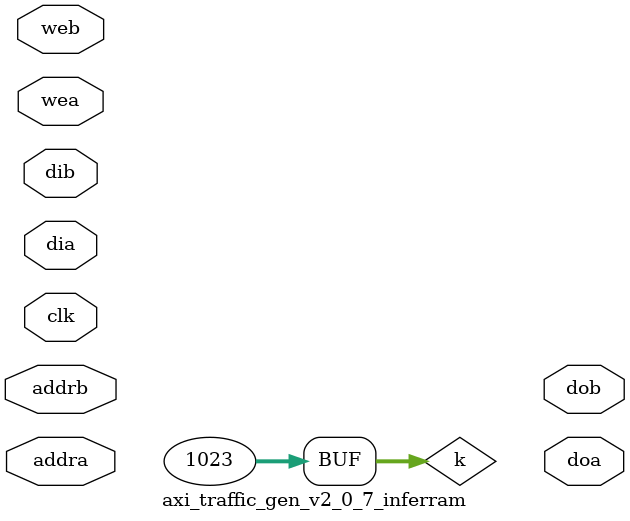
<source format=v>

`timescale 1ps/1ps
(* DowngradeIPIdentifiedWarnings="yes" *)
module axi_traffic_gen_v2_0_7_inferram(clk, wea, web, addra, addrb, dia, dib, doa, dob);


   parameter C_FAMILY    = "virtex7";   
   parameter C_RAMINIT_F = "NONE";   
   parameter SIZE        = 1024;
   parameter ADDR_WIDTH  = 10;
   parameter COL_WIDTH   = 8;
   parameter NB_COL      = 4;
   parameter INFER_TYPE  = 0;  //0- Inferram template, 1- Blk_mem_gen_wrapper from proc_common.
   
   input                             clk; 
   input [NB_COL-1:0]                wea;
   input [NB_COL-1:0]                web;  
   input [ADDR_WIDTH-1:0]            addra;
   input [ADDR_WIDTH-1:0]            addrb;   
   input [NB_COL*COL_WIDTH-1:0]      dia;
   input [NB_COL*COL_WIDTH-1:0]      dib;   
   output [NB_COL*COL_WIDTH-1:0]     doa;
   output [NB_COL*COL_WIDTH-1:0]     dob;   
   
   reg [NB_COL*COL_WIDTH-1:0]        RAM [SIZE-1:0];
   
   integer k;
   
   
   
reg [NB_COL*COL_WIDTH-1:0]     doa_r;
reg [NB_COL*COL_WIDTH-1:0]     dob_r;   

generate if(INFER_TYPE == 0) begin : MEM_INFER_WR
   initial begin  
      if (C_RAMINIT_F == "NONE") begin    
        for (k=0; k<SIZE-1; k=k+1)   begin
          RAM[k] <= 0;
        end
      end else begin
        $readmemh(C_RAMINIT_F, RAM);
      end
   end // initial begin
   always @(posedge clk) begin 
     doa_r <= RAM[addra];
   end
  genvar i;
    for (i = 0; i < NB_COL; i = i+1) begin : ramwritea
      always @(posedge clk) begin  
        if (wea[i]) 
          RAM[addra][(i+1)*COL_WIDTH-1:i*COL_WIDTH]
      <= dia[(i+1)*COL_WIDTH-1:i*COL_WIDTH];
      end
    end
end
//NOTE:Un-commment if INFER-RAM is used
//assign doa = doa_r;
endgenerate

generate if(INFER_TYPE == 0) begin : MEM_INFER_RD
   always @(posedge clk) begin 
    dob_r <= RAM[addrb];     
   end
  genvar l;
    for (l = 0; l < NB_COL; l = l+1) begin : ramwriteb
      always @(posedge clk) begin  
        if (web[l]) 
          RAM[addrb][(l+1)*COL_WIDTH-1:l*COL_WIDTH]
          <= dib[(l+1)*COL_WIDTH-1:l*COL_WIDTH];
      end
    end
end
//NOTE:Un-commment if INFER-RAM is used
//assign dob = dob_r;
endgenerate



   task dumpRAM;
      input integer fileh;
      
      for (k=0; k<SIZE-1; k=k+1)   begin
        $fwrite(fileh,"%h\n",RAM[k]);
     end
   endtask



generate if(INFER_TYPE == 1) begin : MEM_INFER_BLK_MEM
   axi_traffic_gen_v2_0_7_bmg_wrap #(
       .c_family                 (C_FAMILY        ),
       .c_xdevicefamily          (C_FAMILY        ),
       .c_elaboration_dir        ("./"            ),
       .c_mem_type               (2               ),
       .c_algorithm              (1               ),
       .c_prim_type              (1               ),
       .c_byte_size              (8               ),
       .c_sim_collision_check    ("NONE"          ),
       .c_common_clk             (0               ),
       .c_disable_warn_bhv_coll  (0               ),
       .c_disable_warn_bhv_range (0               ),
       .c_load_init_file         (1               ),
       .c_init_file_name         (C_RAMINIT_F     ),
       .c_use_default_data       (1               ),
       .c_default_data           ("0"             ),
       .c_has_mem_output_regs_a  (0               ),
       .c_has_mux_output_regs_a  (0               ),
       .c_write_width_a          (NB_COL*COL_WIDTH),
       .c_read_width_a           (NB_COL*COL_WIDTH),
       .c_write_depth_a          (SIZE            ),
       .c_read_depth_a           (SIZE            ),
       .c_addra_width            (ADDR_WIDTH      ),
       .c_write_mode_a           ("READ_FIRST"    ),
       .c_has_ena                (0               ),
       .c_has_regcea             (0               ),
       .c_has_ssra               (0               ),
       .c_sinita_val             ("0"             ),
       .c_use_byte_wea           (1               ),
       .c_wea_width              (NB_COL          ),
       .c_has_mem_output_regs_b  (0               ),
       .c_has_mux_output_regs_b  (0               ),
       .c_write_width_b          (NB_COL*COL_WIDTH),
       .c_read_width_b           (NB_COL*COL_WIDTH),
       .c_write_depth_b          (SIZE            ),
       .c_read_depth_b           (SIZE            ),
       .c_addrb_width            (ADDR_WIDTH      ),
       .c_write_mode_b           ("READ_FIRST"    ),
       .c_has_enb                (0               ),
       .c_has_regceb             (0               ),
       .c_has_ssrb               (0               ),
       .c_sinitb_val             ("0"             ),
       .c_use_byte_web           (1               ),
       .c_web_width              (NB_COL          ),
       .c_mux_pipeline_stages    (0               ),
       .c_use_ecc                (0               ),
       .c_use_ramb16bwer_rst_bhv (0               ) 
       ) inst (
        .clka    (clk     ),
        .ssra    (1'b0    ),
        .ena     (1'b0    ),
        .regcea  (1'b0    ),
        .wea     (wea     ),
        .dina    (dia     ),
        .addra   (addra   ),
        .douta   (doa     ),
        .clkb    (clk     ),
        .ssrb    (1'b0    ),
        .enb     (1'b0    ),
        .regceb  (1'b0    ),
        .dinb    (dib     ),
        .addrb   (addrb   ),
        .web     (web     ),
        .doutb   (dob     ),
        .dbiterr (        ),
        .sbiterr (        ) 
       );
   //Direct-instance- blk_mem_gen_v8_0 #(
   //Direct-instance-   .C_FAMILY                   (C_FAMILY          ),
   //Direct-instance-   .C_XDEVICEFAMILY            (C_FAMILY          ),
   //Direct-instance-   .C_ELABORATION_DIR          ("./"               ),
   //Direct-instance-   .C_INTERFACE_TYPE           (0                  ),
   //Direct-instance-   .C_AXI_TYPE                 (1                  ),
   //Direct-instance-   .C_AXI_SLAVE_TYPE           (0                  ),
   //Direct-instance-   .C_HAS_AXI_ID               (0                  ),
   //Direct-instance-   .C_AXI_ID_WIDTH             (4                  ),
   //Direct-instance-   .C_MEM_TYPE                 (2                  ),
   //Direct-instance-   .C_BYTE_SIZE                (8                  ),
   //Direct-instance-   .C_ALGORITHM                (1                  ),
   //Direct-instance-   .C_PRIM_TYPE                (1                  ),
   //Direct-instance-   .C_LOAD_INIT_FILE           (1                  ),
   //Direct-instance-   .C_INIT_FILE_NAME           (C_RAMINIT_F        ),
   //Direct-instance-   .C_INIT_FILE                (""                 ),
   //Direct-instance-   .C_USE_DEFAULT_DATA         (1                  ),
   //Direct-instance-   .C_DEFAULT_DATA             ("0"                ),
   //Direct-instance-   .C_RST_TYPE                 ("SYNC"             ),
   //Direct-instance-   .C_HAS_RSTA                 (0                  ),
   //Direct-instance-   .C_RST_PRIORITY_A           ("CE"               ),
   //Direct-instance-   .C_RSTRAM_A                 (0                  ),
   //Direct-instance-   .C_INITA_VAL                ("0"                ),
   //Direct-instance-   .C_HAS_ENA                  (0                  ),
   //Direct-instance-   .C_HAS_REGCEA               (0                  ),
   //Direct-instance-   .C_USE_BYTE_WEA             (1                  ),
   //Direct-instance-   .C_WEA_WIDTH                (NB_COL             ),
   //Direct-instance-   .C_WRITE_MODE_A             ("WRITE_FIRST"      ),
   //Direct-instance-   .C_WRITE_WIDTH_A            (NB_COL*COL_WIDTH   ),
   //Direct-instance-   .C_READ_WIDTH_A             (NB_COL*COL_WIDTH   ),
   //Direct-instance-   .C_WRITE_DEPTH_A            (SIZE               ),
   //Direct-instance-   .C_READ_DEPTH_A             (SIZE               ),
   //Direct-instance-   .C_ADDRA_WIDTH              (ADDR_WIDTH         ),
   //Direct-instance-   .C_HAS_RSTB                 (0                  ),
   //Direct-instance-   .C_RST_PRIORITY_B           ("CE"               ),
   //Direct-instance-   .C_RSTRAM_B                 (0                  ),
   //Direct-instance-   .C_INITB_VAL                ("0"                ),
   //Direct-instance-   .C_HAS_ENB                  (0                  ),
   //Direct-instance-   .C_HAS_REGCEB               (0                  ),
   //Direct-instance-   .C_USE_BYTE_WEB             (1                  ),
   //Direct-instance-   .C_WEB_WIDTH                (NB_COL             ),
   //Direct-instance-   .C_WRITE_MODE_B             ("WRITE_FIRST"      ),
   //Direct-instance-   .C_WRITE_WIDTH_B            (NB_COL*COL_WIDTH   ),
   //Direct-instance-   .C_READ_WIDTH_B             (NB_COL*COL_WIDTH   ),
   //Direct-instance-   .C_WRITE_DEPTH_B            (SIZE               ),
   //Direct-instance-   .C_READ_DEPTH_B             (SIZE               ),
   //Direct-instance-   .C_ADDRB_WIDTH              (ADDR_WIDTH         ),
   //Direct-instance-   .C_HAS_MEM_OUTPUT_REGS_A    (0                  ),
   //Direct-instance-   .C_HAS_MEM_OUTPUT_REGS_B    (0                  ),
   //Direct-instance-   .C_HAS_MUX_OUTPUT_REGS_A    (0                  ),
   //Direct-instance-   .C_HAS_MUX_OUTPUT_REGS_B    (0                  ),
   //Direct-instance-   .C_MUX_PIPELINE_STAGES      (0                  ),
   //Direct-instance-   .C_HAS_SOFTECC_INPUT_REGS_A (0                  ),
   //Direct-instance-   .C_HAS_SOFTECC_OUTPUT_REGS_B(0                  ),
   //Direct-instance-   .C_USE_SOFTECC              (0                  ),
   //Direct-instance-   .C_USE_ECC                  (0                  ),
   //Direct-instance-   .C_HAS_INJECTERR            (0                  ),
   //Direct-instance-   .C_SIM_COLLISION_CHECK      ("ALL"              ),
   //Direct-instance-   .C_COMMON_CLK               (0                  ),
   //Direct-instance-   .C_ENABLE_32BIT_ADDRESS     (0                  ),
   //Direct-instance-   .C_DISABLE_WARN_BHV_COLL    (0                  ),
   //Direct-instance-   .C_DISABLE_WARN_BHV_RANGE   (0                  ),
   //Direct-instance-   .C_USE_BRAM_BLOCK           (0                  ),
   //Direct-instance-   .C_CTRL_ECC_ALGO            ("NONE"             )
   //Direct-instance- ) inst (
   //Direct-instance-   .clka               (clk  ),
   //Direct-instance-   .rsta               (1'B0 ),
   //Direct-instance-   .ena                (1'B0 ),
   //Direct-instance-   .regcea             (1'B0 ),
   //Direct-instance-   .wea                (wea  ),
   //Direct-instance-   .addra              (addra),
   //Direct-instance-   .dina               (dia  ),
   //Direct-instance-   .douta              (doa  ),
   //Direct-instance-   .clkb               (clk  ),
   //Direct-instance-   .rstb               (1'B0 ),
   //Direct-instance-   .enb                (1'B0 ),
   //Direct-instance-   .regceb             (1'B0 ),
   //Direct-instance-   .web                (web  ),
   //Direct-instance-   .addrb              (addrb),
   //Direct-instance-   .dinb               (dib  ),
   //Direct-instance-   .doutb              (dob  ),
   //Direct-instance-   .injectsbiterr      (1'B0 ),
   //Direct-instance-   .injectdbiterr      (1'B0 ),
   //Direct-instance-   .sbiterr            (     ),
   //Direct-instance-   .dbiterr            (     ),
   //Direct-instance-   .rdaddrecc          (     ),
   //Direct-instance-   .s_aclk             (1'B0 ),
   //Direct-instance-   .s_aresetn          (1'B0 ),
   //Direct-instance-   .s_axi_awid         (4'B0 ),
   //Direct-instance-   .s_axi_awaddr       (32'B0),
   //Direct-instance-   .s_axi_awlen        (8'B0 ),
   //Direct-instance-   .s_axi_awsize       (3'B0 ),
   //Direct-instance-   .s_axi_awburst      (2'B0 ),
   //Direct-instance-   .s_axi_awvalid      (1'B0 ),
   //Direct-instance-   .s_axi_awready      (     ),
   //Direct-instance-   .s_axi_wdata        (32'B0),
   //Direct-instance-   .s_axi_wstrb        (4'B0 ),
   //Direct-instance-   .s_axi_wlast        (1'B0 ),
   //Direct-instance-   .s_axi_wvalid       (1'B0 ),
   //Direct-instance-   .s_axi_wready       (     ),
   //Direct-instance-   .s_axi_bid          (     ),
   //Direct-instance-   .s_axi_bresp        (     ),
   //Direct-instance-   .s_axi_bvalid       (     ),
   //Direct-instance-   .s_axi_bready       (1'B0 ),
   //Direct-instance-   .s_axi_arid         (4'B0 ),
   //Direct-instance-   .s_axi_araddr       (32'B0),
   //Direct-instance-   .s_axi_arlen        (8'B0 ),
   //Direct-instance-   .s_axi_arsize       (3'B0 ),
   //Direct-instance-   .s_axi_arburst      (2'B0 ),
   //Direct-instance-   .s_axi_arvalid      (1'B0 ),
   //Direct-instance-   .s_axi_arready      (     ),
   //Direct-instance-   .s_axi_rid          (     ),
   //Direct-instance-   .s_axi_rdata        (     ),
   //Direct-instance-   .s_axi_rresp        (     ),
   //Direct-instance-   .s_axi_rlast        (     ),
   //Direct-instance-   .s_axi_rvalid       (     ),
   //Direct-instance-   .s_axi_rready       (1'B0 ),
   //Direct-instance-   .s_axi_injectsbiterr(1'B0 ),
   //Direct-instance-   .s_axi_injectdbiterr(1'B0 ),
   //Direct-instance-   .s_axi_sbiterr      (     ),
   //Direct-instance-   .s_axi_dbiterr      (     ),
   //Direct-instance-   .s_axi_rdaddrecc    (     )
   //Direct-instance- );
end
endgenerate
   
endmodule

</source>
